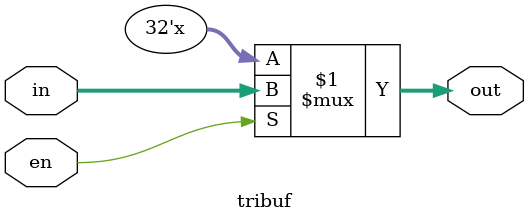
<source format=v>
module tribuf(in, en, out);
    input[31:0] in;
    input en;
    output[31:0] out;

    assign out = en ? in : 32'bz;
endmodule
</source>
